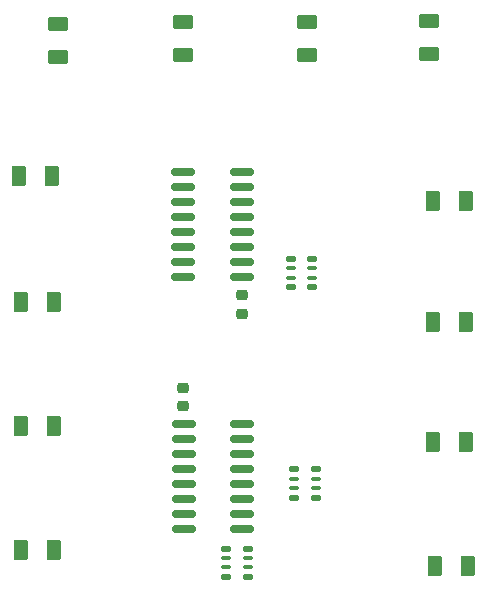
<source format=gbr>
%TF.GenerationSoftware,KiCad,Pcbnew,9.0.0*%
%TF.CreationDate,2025-04-21T19:22:59+08:00*%
%TF.ProjectId,transform,7472616e-7366-46f7-926d-2e6b69636164,rev?*%
%TF.SameCoordinates,Original*%
%TF.FileFunction,Soldermask,Bot*%
%TF.FilePolarity,Negative*%
%FSLAX46Y46*%
G04 Gerber Fmt 4.6, Leading zero omitted, Abs format (unit mm)*
G04 Created by KiCad (PCBNEW 9.0.0) date 2025-04-21 19:22:59*
%MOMM*%
%LPD*%
G01*
G04 APERTURE LIST*
G04 Aperture macros list*
%AMRoundRect*
0 Rectangle with rounded corners*
0 $1 Rounding radius*
0 $2 $3 $4 $5 $6 $7 $8 $9 X,Y pos of 4 corners*
0 Add a 4 corners polygon primitive as box body*
4,1,4,$2,$3,$4,$5,$6,$7,$8,$9,$2,$3,0*
0 Add four circle primitives for the rounded corners*
1,1,$1+$1,$2,$3*
1,1,$1+$1,$4,$5*
1,1,$1+$1,$6,$7*
1,1,$1+$1,$8,$9*
0 Add four rect primitives between the rounded corners*
20,1,$1+$1,$2,$3,$4,$5,0*
20,1,$1+$1,$4,$5,$6,$7,0*
20,1,$1+$1,$6,$7,$8,$9,0*
20,1,$1+$1,$8,$9,$2,$3,0*%
G04 Aperture macros list end*
%ADD10RoundRect,0.125000X-0.275000X-0.125000X0.275000X-0.125000X0.275000X0.125000X-0.275000X0.125000X0*%
%ADD11RoundRect,0.100000X-0.300000X-0.100000X0.300000X-0.100000X0.300000X0.100000X-0.300000X0.100000X0*%
%ADD12RoundRect,0.150000X0.825000X0.150000X-0.825000X0.150000X-0.825000X-0.150000X0.825000X-0.150000X0*%
%ADD13RoundRect,0.150000X-0.825000X-0.150000X0.825000X-0.150000X0.825000X0.150000X-0.825000X0.150000X0*%
%ADD14RoundRect,0.125000X0.275000X0.125000X-0.275000X0.125000X-0.275000X-0.125000X0.275000X-0.125000X0*%
%ADD15RoundRect,0.100000X0.300000X0.100000X-0.300000X0.100000X-0.300000X-0.100000X0.300000X-0.100000X0*%
%ADD16RoundRect,0.250000X0.375000X0.625000X-0.375000X0.625000X-0.375000X-0.625000X0.375000X-0.625000X0*%
%ADD17RoundRect,0.250000X-0.625000X0.375000X-0.625000X-0.375000X0.625000X-0.375000X0.625000X0.375000X0*%
%ADD18RoundRect,0.250000X-0.375000X-0.625000X0.375000X-0.625000X0.375000X0.625000X-0.375000X0.625000X0*%
%ADD19RoundRect,0.225000X0.250000X-0.225000X0.250000X0.225000X-0.250000X0.225000X-0.250000X-0.225000X0*%
%ADD20RoundRect,0.225000X-0.250000X0.225000X-0.250000X-0.225000X0.250000X-0.225000X0.250000X0.225000X0*%
G04 APERTURE END LIST*
D10*
%TO.C,RN4*%
X70280000Y-120780000D03*
D11*
X70280000Y-119980000D03*
X70280000Y-119180000D03*
D10*
X70280000Y-118380000D03*
X68480000Y-118380000D03*
D11*
X68480000Y-119180000D03*
X68480000Y-119980000D03*
D10*
X68480000Y-120780000D03*
%TD*%
D12*
%TO.C,U6*%
X59100000Y-114596750D03*
X59100000Y-115866750D03*
X59100000Y-117136750D03*
X59100000Y-118406750D03*
X59100000Y-119676750D03*
X59100000Y-120946750D03*
X59100000Y-122216750D03*
X59100000Y-123486750D03*
X64050000Y-123486750D03*
X64050000Y-122216750D03*
X64050000Y-120946750D03*
X64050000Y-119676750D03*
X64050000Y-118406750D03*
X64050000Y-117136750D03*
X64050000Y-115866750D03*
X64050000Y-114596750D03*
%TD*%
D13*
%TO.C,U7*%
X64000000Y-102086750D03*
X64000000Y-100816750D03*
X64000000Y-99546750D03*
X64000000Y-98276750D03*
X64000000Y-97006750D03*
X64000000Y-95736750D03*
X64000000Y-94466750D03*
X64000000Y-93196750D03*
X59050000Y-93196750D03*
X59050000Y-94466750D03*
X59050000Y-95736750D03*
X59050000Y-97006750D03*
X59050000Y-98276750D03*
X59050000Y-99546750D03*
X59050000Y-100816750D03*
X59050000Y-102086750D03*
%TD*%
D14*
%TO.C,RN5*%
X64520000Y-125100000D03*
D15*
X64520000Y-125900000D03*
X64520000Y-126700000D03*
D14*
X64520000Y-127500000D03*
X62720000Y-127500000D03*
D15*
X62720000Y-126700000D03*
X62720000Y-125900000D03*
D14*
X62720000Y-125100000D03*
%TD*%
D10*
%TO.C,RN3*%
X68160000Y-102980000D03*
D11*
X68160000Y-102180000D03*
X68160000Y-101380000D03*
D10*
X68160000Y-100580000D03*
X69960000Y-100580000D03*
D11*
X69960000Y-101380000D03*
X69960000Y-102180000D03*
D10*
X69960000Y-102980000D03*
%TD*%
D16*
%TO.C,D13*%
X83200000Y-126550000D03*
X80400000Y-126550000D03*
%TD*%
%TO.C,D12*%
X83000000Y-116050000D03*
X80200000Y-116050000D03*
%TD*%
%TO.C,D11*%
X83000000Y-105950000D03*
X80200000Y-105950000D03*
%TD*%
%TO.C,D10*%
X83000000Y-95650000D03*
X80200000Y-95650000D03*
%TD*%
D17*
%TO.C,D9*%
X69550000Y-80520000D03*
X69550000Y-83320000D03*
%TD*%
%TO.C,D8*%
X79880000Y-80450000D03*
X79880000Y-83250000D03*
%TD*%
%TO.C,D7*%
X59080000Y-80550000D03*
X59080000Y-83350000D03*
%TD*%
%TO.C,D6*%
X48480000Y-80650000D03*
X48480000Y-83450000D03*
%TD*%
D18*
%TO.C,D5*%
X45160000Y-93550000D03*
X47960000Y-93550000D03*
%TD*%
%TO.C,D4*%
X45360000Y-104250000D03*
X48160000Y-104250000D03*
%TD*%
%TO.C,D3*%
X45360000Y-114750000D03*
X48160000Y-114750000D03*
%TD*%
%TO.C,D2*%
X45360000Y-125250000D03*
X48160000Y-125250000D03*
%TD*%
D19*
%TO.C,C45*%
X59079939Y-113035014D03*
X59079939Y-111485014D03*
%TD*%
D20*
%TO.C,C44*%
X64079939Y-103665010D03*
X64079939Y-105215010D03*
%TD*%
M02*

</source>
